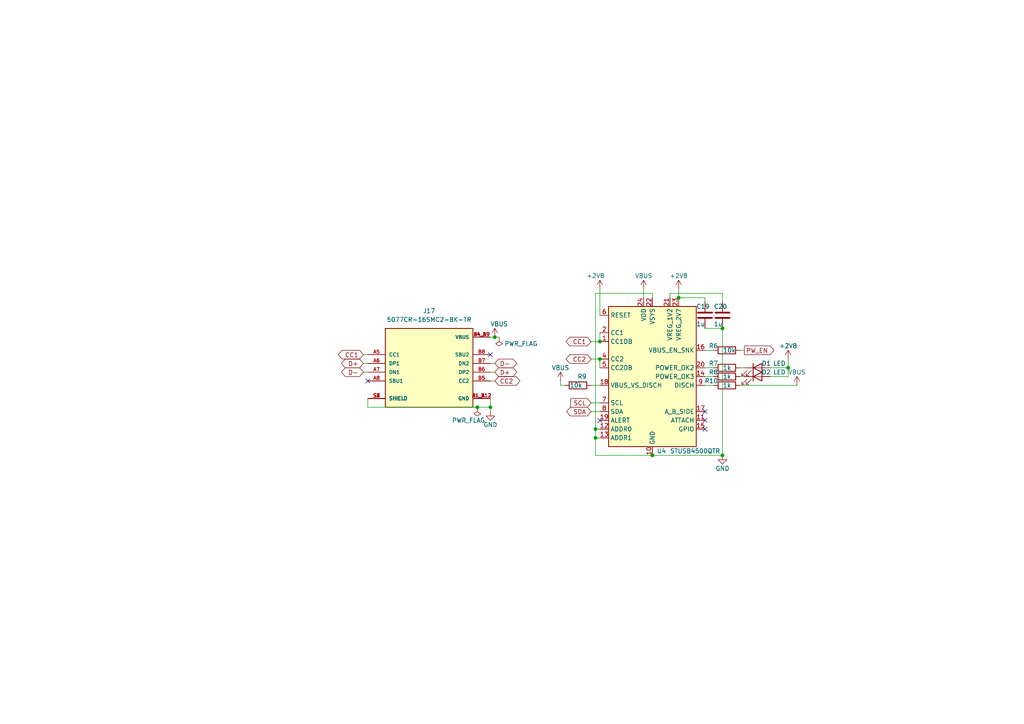
<source format=kicad_sch>
(kicad_sch (version 20230121) (generator eeschema)
  (paper "A4")
  (lib_symbols
    (symbol "5077CR-16SMC2-BK-TR:5077CR-16SMC2-BK-TR" (pin_names (offset 1.016))
      (property "Reference" "J" (at -12.7 10.922 0))
      (property "Value" "5077CR-16SMC2-BK-TR" (at -12.7 -15.24 0))
      (symbol "5077CR-16SMC2-BK-TR_0_0"
        (rectangle (start -12.7 -12.7) (end 12.7 10.16) (stroke (width 0.254)) (fill (type background)))
        (pin power_in line (at 17.78 -10.16 180) (length 5.08) (name "GND") (number "A1_B12"))
        (pin power_in line (at 17.78 7.62 180) (length 5.08) (name "VBUS") (number "A4_B9"))
        (pin passive line (at -17.78 2.54 0) (length 5.08) (name "CC1") (number "A5"))
        (pin passive line (at -17.78 0 0) (length 5.08) (name "DP1") (number "A6"))
        (pin passive line (at -17.78 -2.54 0) (length 5.08) (name "DN1") (number "A7"))
        (pin passive line (at -17.78 -5.08 0) (length 5.08) (name "SBU1") (number "A8"))
        (pin power_in line (at 17.78 -10.16 180) (length 5.08) (name "GND") (number "B1_A12"))
        (pin power_in line (at 17.78 7.62 180) (length 5.08) (name "VBUS") (number "B4_A9"))
        (pin passive line (at 17.78 -5.08 180) (length 5.08) (name "CC2") (number "B5"))
        (pin passive line (at 17.78 -2.54 180) (length 5.08) (name "DP2") (number "B6"))
        (pin passive line (at 17.78 0 180) (length 5.08) (name "DN2") (number "B7"))
        (pin passive line (at 17.78 2.54 180) (length 5.08) (name "SBU2") (number "B8"))
        (pin passive line (at -17.78 -10.16 0) (length 5.08) (name "SHIELD") (number "S1"))
        (pin passive line (at -17.78 -10.16 0) (length 5.08) (name "SHIELD") (number "S2"))
        (pin passive line (at -17.78 -10.16 0) (length 5.08) (name "SHIELD") (number "S3"))
        (pin passive line (at -17.78 -10.16 0) (length 5.08) (name "SHIELD") (number "S4"))
      )
    )
    (symbol "Device:C" (pin_numbers hide) (pin_names (offset 0.254))
      (property "Reference" "C" (at 0.635 2.54 0))
      (property "Value" "C" (at 0.635 -2.54 0))
      (symbol "C_0_1"
        (polyline (pts (xy -2.032 -0.762) (xy 2.032 -0.762)) (stroke (width 0.508)))
        (polyline (pts (xy -2.032 0.762) (xy 2.032 0.762)) (stroke (width 0.508)))
      )
      (symbol "C_1_1"
        (pin passive line (at 0 3.81 270) (length 2.794) (name "~") (number "1"))
        (pin passive line (at 0 -3.81 90) (length 2.794) (name "~") (number "2"))
      )
    )
    (symbol "Device:LED" (pin_numbers hide) (pin_names (offset 1.016) hide)
      (property "Reference" "D" (at 0 2.54 0))
      (property "Value" "LED" (at 0 -2.54 0))
      (symbol "LED_0_1"
        (polyline (pts (xy -1.27 -1.27) (xy -1.27 1.27)) (stroke (width 0.254)))
        (polyline (pts (xy -1.27 0) (xy 1.27 0)))
        (polyline (pts (xy 1.27 -1.27) (xy 1.27 1.27) (xy -1.27 0) (xy 1.27 -1.27)) (stroke (width 0.254)))
        (polyline (pts (xy -3.048 -0.762) (xy -4.572 -2.286) (xy -3.81 -2.286) (xy -4.572 -2.286) (xy -4.572 -1.524)))
        (polyline (pts (xy -1.778 -0.762) (xy -3.302 -2.286) (xy -2.54 -2.286) (xy -3.302 -2.286) (xy -3.302 -1.524)))
      )
      (symbol "LED_1_1"
        (pin passive line (at -3.81 0 0) (length 2.54) (name "K") (number "1"))
        (pin passive line (at 3.81 0 180) (length 2.54) (name "A") (number "2"))
      )
    )
    (symbol "Device:R" (pin_numbers hide) (pin_names (offset 0))
      (property "Reference" "R" (at 2.032 0 90))
      (property "Value" "R" (at 0 0 90))
      (symbol "R_0_1"
        (rectangle (start -1.016 -2.54) (end 1.016 2.54) (stroke (width 0.254)))
      )
      (symbol "R_1_1"
        (pin passive line (at 0 3.81 270) (length 1.27) (name "~") (number "1"))
        (pin passive line (at 0 -3.81 90) (length 1.27) (name "~") (number "2"))
      )
    )
    (symbol "Interface_USB:STUSB4500QTR"
      (property "Reference" "U" (at -12.7 21.59 0))
      (property "Value" "STUSB4500QTR" (at 8.89 -21.59 0))
      (symbol "STUSB4500QTR_0_1"
        (rectangle (start -12.7 20.32) (end 12.7 -20.32) (stroke (width 0.254)) (fill (type background)))
      )
      (symbol "STUSB4500QTR_1_1"
        (pin bidirectional line (at -15.24 10.16 0) (length 2.54) (name "CC1DB") (number "1"))
        (pin power_in line (at 0 -22.86 90) (length 2.54) (name "GND") (number "10"))
        (pin open_collector line (at 15.24 -12.7 180) (length 2.54) (name "ATTACH") (number "11"))
        (pin input line (at -15.24 -15.24 0) (length 2.54) (name "ADDR0") (number "12"))
        (pin input line (at -15.24 -17.78 0) (length 2.54) (name "ADDR1") (number "13"))
        (pin open_collector line (at 15.24 0 180) (length 2.54) (name "POWER_OK3") (number "14"))
        (pin open_collector line (at 15.24 -15.24 180) (length 2.54) (name "GPIO") (number "15"))
        (pin open_collector line (at 15.24 7.62 180) (length 2.54) (name "VBUS_EN_SNK") (number "16"))
        (pin open_collector line (at 15.24 -10.16 180) (length 2.54) (name "A_B_SIDE") (number "17"))
        (pin input line (at -15.24 -2.54 0) (length 2.54) (name "VBUS_VS_DISCH") (number "18"))
        (pin open_collector line (at -15.24 -12.7 0) (length 2.54) (name "ALERT") (number "19"))
        (pin bidirectional line (at -15.24 12.7 0) (length 2.54) (name "CC1") (number "2"))
        (pin open_collector line (at 15.24 2.54 180) (length 2.54) (name "POWER_OK2") (number "20"))
        (pin power_out line (at 5.08 22.86 270) (length 2.54) (name "VREG_1V2") (number "21"))
        (pin power_in line (at 0 22.86 270) (length 2.54) (name "VSYS") (number "22"))
        (pin power_out line (at 7.62 22.86 270) (length 2.54) (name "VREG_2V7") (number "23"))
        (pin power_in line (at -2.54 22.86 270) (length 2.54) (name "VDD") (number "24"))
        (pin passive line (at 0 -22.86 90) (length 2.54) hide (name "GND") (number "25"))
        (pin no_connect line (at -12.7 15.24 0) (length 2.54) hide (name "NC") (number "3"))
        (pin bidirectional line (at -15.24 5.08 0) (length 2.54) (name "CC2") (number "4"))
        (pin bidirectional line (at -15.24 2.54 0) (length 2.54) (name "CC2DB") (number "5"))
        (pin input line (at -15.24 17.78 0) (length 2.54) (name "RESET") (number "6"))
        (pin input line (at -15.24 -7.62 0) (length 2.54) (name "SCL") (number "7"))
        (pin bidirectional line (at -15.24 -10.16 0) (length 2.54) (name "SDA") (number "8"))
        (pin bidirectional line (at 15.24 -2.54 180) (length 2.54) (name "DISCH") (number "9"))
      )
    )
    (symbol "power:+2V8" (power) (pin_names (offset 0))
      (property "Value" "+2V8" (at 0 3.556 0))
      (symbol "+2V8_0_1"
        (polyline (pts (xy -0.762 1.27) (xy 0 2.54)))
        (polyline (pts (xy 0 0) (xy 0 2.54)))
        (polyline (pts (xy 0 2.54) (xy 0.762 1.27)))
      )
      (symbol "+2V8_1_1"
        (pin power_in line (at 0 0 90) (length 0) hide (name "+2V8") (number "1"))
      )
    )
    (symbol "power:GND" (power) (pin_names (offset 0))
      (property "Value" "GND" (at 0 -3.81 0))
      (symbol "GND_0_1"
        (polyline (pts (xy 0 0) (xy 0 -1.27) (xy 1.27 -1.27) (xy 0 -2.54) (xy -1.27 -1.27) (xy 0 -1.27)))
      )
      (symbol "GND_1_1"
        (pin power_in line (at 0 0 270) (length 0) hide (name "GND") (number "1"))
      )
    )
    (symbol "power:PWR_FLAG" (power) (pin_numbers hide) (pin_names (offset 0) hide)
      (property "Value" "PWR_FLAG" (at 0 3.81 0))
      (symbol "PWR_FLAG_0_0"
        (pin power_out line (at 0 0 90) (length 0) (name "pwr") (number "1"))
      )
      (symbol "PWR_FLAG_0_1"
        (polyline (pts (xy 0 0) (xy 0 1.27) (xy -1.016 1.905) (xy 0 2.54) (xy 1.016 1.905) (xy 0 1.27)))
      )
    )
    (symbol "power:VBUS" (power) (pin_names (offset 0))
      (property "Value" "VBUS" (at 0 3.81 0))
      (symbol "VBUS_0_1"
        (polyline (pts (xy -0.762 1.27) (xy 0 2.54)))
        (polyline (pts (xy 0 0) (xy 0 2.54)))
        (polyline (pts (xy 0 2.54) (xy 0.762 1.27)))
      )
      (symbol "VBUS_1_1"
        (pin power_in line (at 0 0 90) (length 0) hide (name "VBUS") (number "1"))
      )
    )
  )
  (junction (at 172.72 124.46))
  (junction (at 143.51 97.79))
  (junction (at 228.6 106.68))
  (junction (at 209.55 132.08))
  (junction (at 209.55 95.25))
  (junction (at 172.72 127))
  (junction (at 196.85 86.36))
  (junction (at 142.24 118.11))
  (junction (at 173.99 104.14))
  (junction (at 138.43 118.11))
  (junction (at 189.23 132.08))
  (junction (at 173.99 99.06))
  (no_connect (at 204.47 119.38))
  (no_connect (at 106.68 110.49))
  (no_connect (at 142.24 102.87))
  (no_connect (at 204.47 121.92))
  (no_connect (at 204.47 124.46))
  (no_connect (at 173.99 121.92))
  (wire (pts (xy 204.47 106.68) (xy 207.01 106.68)))
  (wire (pts (xy 106.68 107.95) (xy 105.41 107.95)))
  (wire (pts (xy 228.6 106.68) (xy 228.6 109.22)))
  (wire (pts (xy 231.14 111.76) (xy 214.63 111.76)))
  (wire (pts (xy 138.43 118.11) (xy 142.24 118.11)))
  (wire (pts (xy 171.45 104.14) (xy 173.99 104.14)))
  (wire (pts (xy 142.24 97.79) (xy 143.51 97.79)))
  (wire (pts (xy 214.63 109.22) (xy 215.9 109.22)))
  (wire (pts (xy 214.63 101.6) (xy 215.9 101.6)))
  (wire (pts (xy 172.72 127) (xy 172.72 132.08)))
  (wire (pts (xy 142.24 115.57) (xy 142.24 118.11)))
  (wire (pts (xy 171.45 99.06) (xy 173.99 99.06)))
  (wire (pts (xy 171.45 111.76) (xy 173.99 111.76)))
  (wire (pts (xy 106.68 115.57) (xy 106.68 118.11)))
  (wire (pts (xy 204.47 111.76) (xy 207.01 111.76)))
  (wire (pts (xy 105.41 102.87) (xy 106.68 102.87)))
  (wire (pts (xy 209.55 132.08) (xy 189.23 132.08)))
  (wire (pts (xy 173.99 83.82) (xy 173.99 91.44)))
  (wire (pts (xy 186.69 83.82) (xy 186.69 86.36)))
  (wire (pts (xy 228.6 104.14) (xy 228.6 106.68)))
  (wire (pts (xy 194.31 85.09) (xy 209.55 85.09)))
  (wire (pts (xy 204.47 109.22) (xy 207.01 109.22)))
  (wire (pts (xy 162.56 111.76) (xy 163.83 111.76)))
  (wire (pts (xy 223.52 106.68) (xy 228.6 106.68)))
  (wire (pts (xy 214.63 106.68) (xy 215.9 106.68)))
  (wire (pts (xy 142.24 105.41) (xy 143.51 105.41)))
  (wire (pts (xy 106.68 118.11) (xy 138.43 118.11)))
  (wire (pts (xy 209.55 95.25) (xy 209.55 132.08)))
  (wire (pts (xy 196.85 83.82) (xy 196.85 86.36)))
  (wire (pts (xy 172.72 85.09) (xy 189.23 85.09)))
  (wire (pts (xy 105.41 105.41) (xy 106.68 105.41)))
  (wire (pts (xy 142.24 118.11) (xy 142.24 119.38)))
  (wire (pts (xy 204.47 95.25) (xy 209.55 95.25)))
  (wire (pts (xy 143.51 97.79) (xy 144.78 97.79)))
  (wire (pts (xy 172.72 124.46) (xy 172.72 127)))
  (wire (pts (xy 194.31 86.36) (xy 194.31 85.09)))
  (wire (pts (xy 142.24 110.49) (xy 143.51 110.49)))
  (wire (pts (xy 209.55 85.09) (xy 209.55 87.63)))
  (wire (pts (xy 172.72 124.46) (xy 173.99 124.46)))
  (wire (pts (xy 142.24 107.95) (xy 143.51 107.95)))
  (wire (pts (xy 204.47 86.36) (xy 204.47 87.63)))
  (wire (pts (xy 162.56 110.49) (xy 162.56 111.76)))
  (wire (pts (xy 171.45 116.84) (xy 173.99 116.84)))
  (wire (pts (xy 173.99 104.14) (xy 173.99 106.68)))
  (wire (pts (xy 172.72 85.09) (xy 172.72 124.46)))
  (wire (pts (xy 172.72 127) (xy 173.99 127)))
  (wire (pts (xy 173.99 99.06) (xy 173.99 96.52)))
  (wire (pts (xy 228.6 109.22) (xy 223.52 109.22)))
  (wire (pts (xy 196.85 86.36) (xy 204.47 86.36)))
  (wire (pts (xy 189.23 86.36) (xy 189.23 85.09)))
  (wire (pts (xy 172.72 132.08) (xy 189.23 132.08)))
  (wire (pts (xy 171.45 119.38) (xy 173.99 119.38)))
  (wire (pts (xy 204.47 101.6) (xy 207.01 101.6)))
  (global_label "SDA" (shape bidirectional) (at 171.45 119.38 180) (property "Intersheetrefs" "${INTERSHEET_REFS}" (effects hide)))
  (global_label "CC2" (shape bidirectional) (at 143.51 110.49 0) (property "Intersheetrefs" "${INTERSHEET_REFS}" (effects hide)))
  (global_label "SCL" (shape input) (at 171.45 116.84 180) (property "Intersheetrefs" "${INTERSHEET_REFS}" (effects hide)))
  (global_label "D+" (shape bidirectional) (at 105.41 105.41 180) (property "Intersheetrefs" "${INTERSHEET_REFS}" (effects hide)))
  (global_label "D-" (shape bidirectional) (at 105.41 107.95 180) (property "Intersheetrefs" "${INTERSHEET_REFS}" (effects hide)))
  (global_label "CC1" (shape bidirectional) (at 171.45 99.06 180) (property "Intersheetrefs" "${INTERSHEET_REFS}" (effects hide)))
  (global_label "CC1" (shape bidirectional) (at 105.41 102.87 180) (property "Intersheetrefs" "${INTERSHEET_REFS}" (effects hide)))
  (global_label "D+" (shape bidirectional) (at 143.51 107.95 0) (property "Intersheetrefs" "${INTERSHEET_REFS}" (effects hide)))
  (global_label "PW_EN" (shape output) (at 215.9 101.6 0) (property "Intersheetrefs" "${INTERSHEET_REFS}" (effects hide)))
  (global_label "CC2" (shape bidirectional) (at 171.45 104.14 180) (property "Intersheetrefs" "${INTERSHEET_REFS}" (effects hide)))
  (global_label "D-" (shape bidirectional) (at 143.51 105.41 0) (property "Intersheetrefs" "${INTERSHEET_REFS}" (effects hide)))
  (symbol (lib_id "Device:R") (at 210.82 101.6 90) (unit 1)
    (property "Reference" "R6" (at 208.28 100.33 90) (effects (justify left)))
    (property "Value" "10k" (at 213.36 101.6 90) (effects (justify left)))
    (property "Footprint" "Resistor_SMD:R_0603_1608Metric" (effects hide))
  )
  (symbol (lib_id "Device:LED") (at 219.71 109.22 0) (unit 1)
    (property "Reference" "D2" (at 222.25 107.95 0))
    (property "Value" "LED" (at 226.06 107.95 0))
    (property "Footprint" "LED_SMD:LED_0603_1608Metric" (effects hide))
  )
  (symbol (lib_id "power:GND") (at 209.55 132.08 0) (unit 1)
    (property "Reference" "#PWR022" (effects hide))
    (property "Value" "GND" (at 209.55 135.89 0))
  )
  (symbol (lib_id "power:GND") (at 142.24 119.38 0) (unit 1)
    (property "Reference" "#PWR023" (effects hide))
    (property "Value" "GND" (at 142.24 123.19 0))
  )
  (symbol (lib_id "power:VBUS") (at 143.51 97.79 0) (unit 1)
    (property "Reference" "#PWR018" (effects hide))
    (property "Value" "VBUS" (at 144.78 93.98 0))
  )
  (symbol (lib_id "power:VBUS") (at 162.56 110.49 0) (unit 1)
    (property "Reference" "#PWR020" (effects hide))
    (property "Value" "VBUS" (at 162.56 106.68 0))
  )
  (symbol (lib_id "power:+2V8") (at 196.85 83.82 0) (unit 1)
    (property "Reference" "#PWR017" (effects hide))
    (property "Value" "+2V8" (at 196.85 80.01 0))
  )
  (symbol (lib_id "Device:R") (at 210.82 109.22 90) (unit 1)
    (property "Reference" "R8" (at 208.28 107.95 90) (effects (justify left)))
    (property "Value" "1k" (at 212.09 109.22 90) (effects (justify left)))
    (property "Footprint" "Resistor_SMD:R_0603_1608Metric" (effects hide))
  )
  (symbol (lib_id "power:PWR_FLAG") (at 138.43 118.11 0) (mirror x) (unit 1)
    (property "Reference" "#FLG03" (effects hide))
    (property "Value" "PWR_FLAG" (at 135.89 121.92 0))
  )
  (symbol (lib_id "power:VBUS") (at 186.69 83.82 0) (unit 1)
    (property "Reference" "#PWR016" (effects hide))
    (property "Value" "VBUS" (at 186.69 80.01 0))
  )
  (symbol (lib_id "5077CR-16SMC2-BK-TR:5077CR-16SMC2-BK-TR") (at 124.46 105.41 0) (unit 1)
    (property "Reference" "J17" (at 124.46 90.17 0))
    (property "Value" "5077CR-16SMC2-BK-TR" (at 124.46 92.71 0))
    (property "Footprint" "NELTRON_5077CR-16SMC2-BK-TR" (effects hide))
  )
  (symbol (lib_id "power:VBUS") (at 231.14 111.76 0) (unit 1)
    (property "Reference" "#PWR021" (effects hide))
    (property "Value" "VBUS" (at 231.14 107.95 0))
  )
  (symbol (lib_id "Interface_USB:STUSB4500QTR") (at 189.23 109.22 0) (unit 1)
    (property "Reference" "U4" (at 190.5 130.81 0) (effects (justify left)))
    (property "Value" "STUSB4500QTR" (at 194.31 130.81 0) (effects (justify left)))
    (property "Footprint" "Package_DFN_QFN:QFN-24-1EP_4x4mm_P0.5mm_EP2.7x2.7mm" (effects hide))
    (property "Datasheet" "https://www.st.com/resource/en/datasheet/stusb4500.pdf" (effects hide))
  )
  (symbol (lib_id "Device:LED") (at 219.71 106.68 0) (unit 1)
    (property "Reference" "D1" (at 222.25 105.41 0))
    (property "Value" "LED" (at 226.06 105.41 0))
    (property "Footprint" "LED_SMD:LED_0603_1608Metric" (effects hide))
  )
  (symbol (lib_id "Device:R") (at 167.64 111.76 90) (unit 1)
    (property "Reference" "R9" (at 170.18 109.22 90) (effects (justify left)))
    (property "Value" "10k" (at 168.91 111.76 90) (effects (justify left)))
    (property "Footprint" "Resistor_SMD:R_0603_1608Metric" (effects hide))
  )
  (symbol (lib_id "power:PWR_FLAG") (at 144.78 97.79 0) (mirror x) (unit 1)
    (property "Reference" "#FLG02" (effects hide))
    (property "Value" "PWR_FLAG" (at 151.13 99.695 0))
  )
  (symbol (lib_id "Device:C") (at 204.47 91.44 0) (unit 1)
    (property "Reference" "C19" (at 201.93 88.9 0) (effects (justify left)))
    (property "Value" "1u" (at 201.93 93.98 0) (effects (justify left)))
    (property "Footprint" "Capacitor_SMD:C_0603_1608Metric" (effects hide))
  )
  (symbol (lib_id "Device:R") (at 210.82 111.76 90) (unit 1)
    (property "Reference" "R10" (at 208.28 110.49 90) (effects (justify left)))
    (property "Value" "1k" (at 212.09 111.76 90) (effects (justify left)))
    (property "Footprint" "Resistor_SMD:R_0603_1608Metric" (effects hide))
  )
  (symbol (lib_id "Device:C") (at 209.55 91.44 0) (unit 1)
    (property "Reference" "C20" (at 207.01 88.9 0) (effects (justify left)))
    (property "Value" "1u" (at 207.01 93.98 0) (effects (justify left)))
    (property "Footprint" "Capacitor_SMD:C_0603_1608Metric" (effects hide))
  )
  (symbol (lib_id "power:+2V8") (at 173.99 83.82 0) (unit 1)
    (property "Reference" "#PWR015" (effects hide))
    (property "Value" "+2V8" (at 172.72 80.01 0))
  )
  (symbol (lib_id "power:+2V8") (at 228.6 104.14 0) (unit 1)
    (property "Reference" "#PWR019" (effects hide))
    (property "Value" "+2V8" (at 228.6 100.33 0))
  )
  (symbol (lib_id "Device:R") (at 210.82 106.68 90) (unit 1)
    (property "Reference" "R7" (at 208.28 105.41 90) (effects (justify left)))
    (property "Value" "1k" (at 212.09 106.68 90) (effects (justify left)))
    (property "Footprint" "Resistor_SMD:R_0603_1608Metric" (effects hide))
  )
)
</source>
